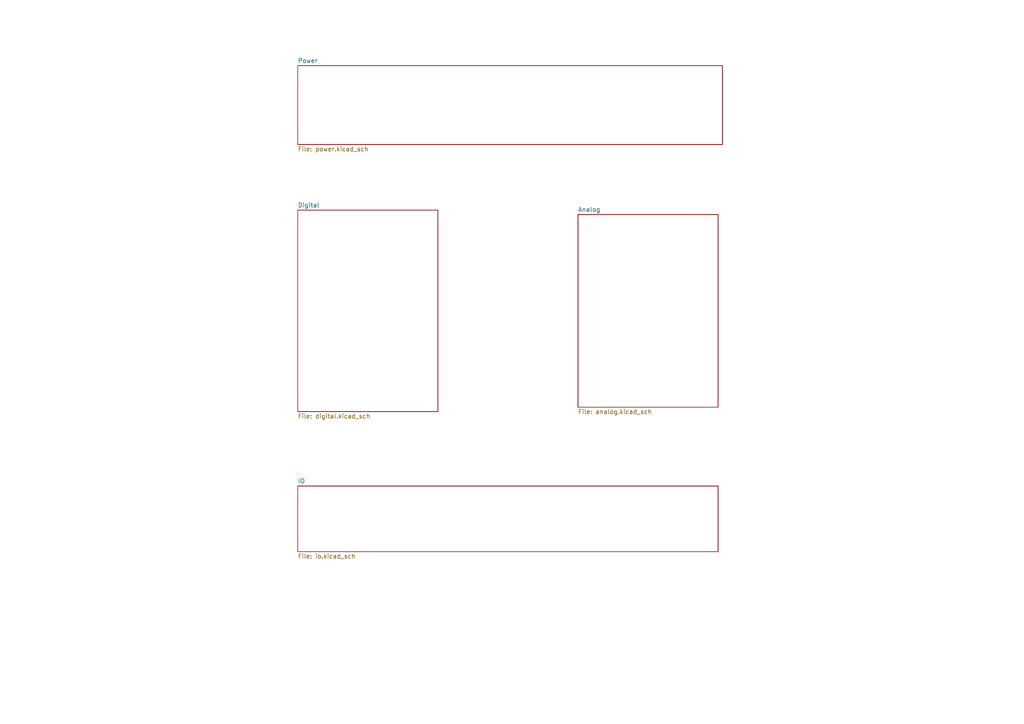
<source format=kicad_sch>
(kicad_sch (version 20211123) (generator eeschema)
  (paper "A4")
  (lib_symbols)
  (sheet (at 86.36 140.97) (size 121.92 19.05) (stroke (width 0.1524))
    (property "Sheet name" "IO" (at 86.36 140.2584 0) (effects (justify left bottom)))
    (property "Sheet file" "io.kicad_sch" (at 86.36 160.6046 0) (effects (justify left top)))
  )
  (sheet (at 167.64 62.23) (size 40.64 55.88) (stroke (width 0.1524))
    (property "Sheet name" "Analog" (at 167.64 61.5184 0) (effects (justify left bottom)))
    (property "Sheet file" "analog.kicad_sch" (at 167.64 118.6946 0) (effects (justify left top)))
  )
  (sheet (at 86.36 60.96) (size 40.64 58.42) (stroke (width 0.1524))
    (property "Sheet name" "Digital" (at 86.36 60.2484 0) (effects (justify left bottom)))
    (property "Sheet file" "digital.kicad_sch" (at 86.36 119.9646 0) (effects (justify left top)))
  )
  (sheet (at 86.36 19.05) (size 123.19 22.86) (stroke (width 0.1524))
    (property "Sheet name" "Power" (at 86.36 18.3384 0) (effects (justify left bottom)))
    (property "Sheet file" "power.kicad_sch" (at 86.36 42.4946 0) (effects (justify left top)))
  )
)
</source>
